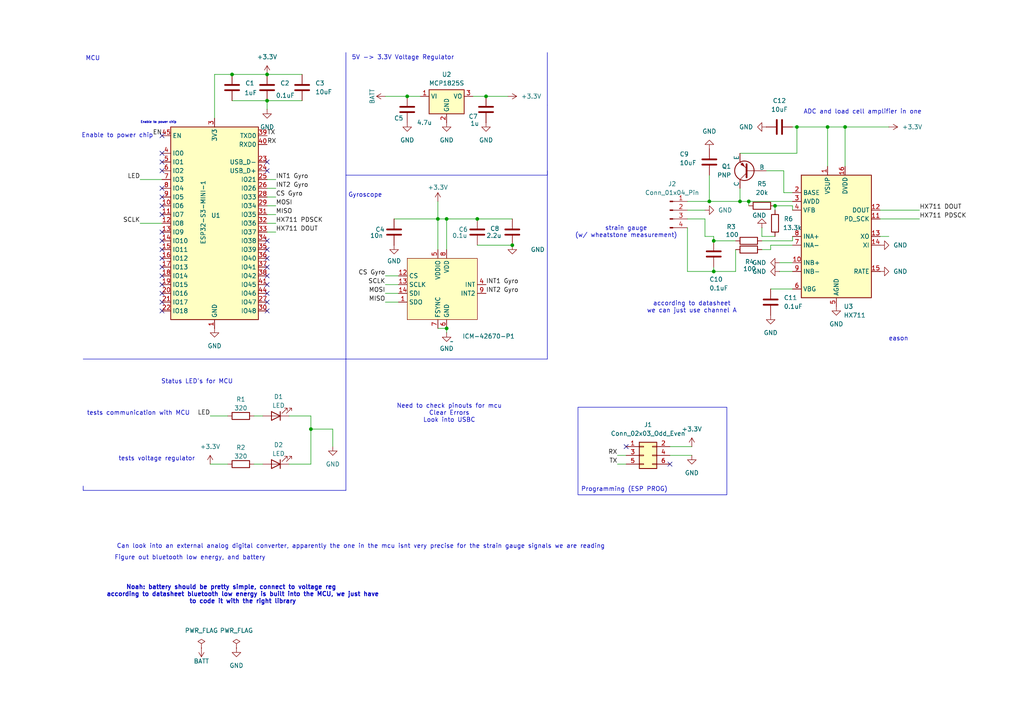
<source format=kicad_sch>
(kicad_sch (version 20250114) (generator "eeschema") (generator_version "9.0")
  (paper "A4")
  (lib_symbols
    (symbol "0_pwrmtr:ICM-42670-P"
      (property "Reference" "ICM-42670-P" (at -21.59 12.7 0))
      (symbol "ICM-42670-P_1_1"
        (rectangle (start -10.16 8.89) (end 10.16 -8.89) (fill (type background)))
        (pin input line (at -12.7 3.81 0) (length 2.54) (name "CS") (number "12"))
        (pin input line (at -12.7 1.27 0) (length 2.54) (name "SCLK") (number "13"))
        (pin input line (at -12.7 -1.27 0) (length 2.54) (name "SDI") (number "14"))
        (pin input line (at -12.7 -3.81 0) (length 2.54) (name "SDO") (number "1"))
        (pin no_connect line (at -7.62 11.43 270) (length 2.54) (hide yes) (name "NC") (number "2"))
        (pin no_connect line (at -5.08 11.43 270) (length 2.54) (hide yes) (name "NC") (number "3"))
        (pin input line (at -1.27 11.43 270) (length 2.54) (name "VDDIO") (number "5"))
        (pin input line (at -1.27 -11.43 90) (length 2.54) (name "FSYNC") (number "7"))
        (pin input line (at 1.27 11.43 270) (length 2.54) (name "VDD") (number "8"))
        (pin input line (at 1.27 -11.43 90) (length 2.54) (name "GND") (number "6"))
        (pin no_connect line (at 5.08 11.43 270) (length 2.54) (hide yes) (name "NC") (number "10"))
        (pin no_connect line (at 7.62 11.43 270) (length 2.54) (hide yes) (name "NC") (number "11"))
        (pin input line (at 12.7 1.27 180) (length 2.54) (name "INT") (number "4"))
        (pin input line (at 12.7 -1.27 180) (length 2.54) (name "INT2") (number "9"))
      )
    )
    (symbol "Analog_ADC:HX711"
      (property "Reference" "U" (at 5.08 21.59 0))
      (property "Value" "HX711" (at 7.62 19.05 0))
      (symbol "HX711_0_1"
        (rectangle (start -10.16 17.78) (end 10.16 -17.78) (stroke (width 0.254)) (fill (type background)))
      )
      (symbol "HX711_1_1"
        (pin passive line (at -12.7 12.7 0) (length 2.54) (name "BASE") (number "2"))
        (pin power_in line (at -12.7 10.16 0) (length 2.54) (name "AVDD") (number "3"))
        (pin input line (at -12.7 7.62 0) (length 2.54) (name "VFB") (number "4"))
        (pin input line (at -12.7 0 0) (length 2.54) (name "INA+") (number "8"))
        (pin input line (at -12.7 -2.54 0) (length 2.54) (name "INA-") (number "7"))
        (pin input line (at -12.7 -7.62 0) (length 2.54) (name "INB+") (number "10"))
        (pin input line (at -12.7 -10.16 0) (length 2.54) (name "INB-") (number "9"))
        (pin passive line (at -12.7 -15.24 0) (length 2.54) (name "VBG") (number "6"))
        (pin power_in line (at -2.54 20.32 270) (length 2.54) (name "VSUP") (number "1"))
        (pin power_in line (at 0 -20.32 90) (length 2.54) (name "AGND") (number "5"))
        (pin power_in line (at 2.54 20.32 270) (length 2.54) (name "DVDD") (number "16"))
        (pin output line (at 12.7 7.62 180) (length 2.54) (name "DOUT") (number "12"))
        (pin input line (at 12.7 5.08 180) (length 2.54) (name "PD_SCK") (number "11"))
        (pin passive line (at 12.7 0 180) (length 2.54) (name "XO") (number "13"))
        (pin passive line (at 12.7 -2.54 180) (length 2.54) (name "XI") (number "14"))
        (pin input line (at 12.7 -10.16 180) (length 2.54) (name "RATE") (number "15"))
      )
    )
    (symbol "Connector:Conn_01x04_Pin" (pin_names (offset 1.016) (hide yes))
      (property "Reference" "J" (at 0 5.08 0))
      (property "Value" "Conn_01x04_Pin" (at 0 -7.62 0))
      (symbol "Conn_01x04_Pin_1_1"
        (rectangle (start 0.8636 2.667) (end 0 2.413) (stroke (width 0.1524)) (fill (type outline)))
        (rectangle (start 0.8636 0.127) (end 0 -0.127) (stroke (width 0.1524)) (fill (type outline)))
        (rectangle (start 0.8636 -2.413) (end 0 -2.667) (stroke (width 0.1524)) (fill (type outline)))
        (rectangle (start 0.8636 -4.953) (end 0 -5.207) (stroke (width 0.1524)) (fill (type outline)))
        (polyline (pts (xy 1.27 2.54) (xy 0.8636 2.54)) (stroke (width 0.1524)))
        (polyline (pts (xy 1.27 0) (xy 0.8636 0)) (stroke (width 0.1524)))
        (polyline (pts (xy 1.27 -2.54) (xy 0.8636 -2.54)) (stroke (width 0.1524)))
        (polyline (pts (xy 1.27 -5.08) (xy 0.8636 -5.08)) (stroke (width 0.1524)))
        (pin passive line (at 5.08 2.54 180) (length 3.81) (name "Pin_1") (number "1"))
        (pin passive line (at 5.08 0 180) (length 3.81) (name "Pin_2") (number "2"))
        (pin passive line (at 5.08 -2.54 180) (length 3.81) (name "Pin_3") (number "3"))
        (pin passive line (at 5.08 -5.08 180) (length 3.81) (name "Pin_4") (number "4"))
      )
    )
    (symbol "Connector_Generic:Conn_02x03_Odd_Even" (pin_names (offset 1.016) (hide yes))
      (property "Reference" "J" (at 1.27 5.08 0))
      (property "Value" "Conn_02x03_Odd_Even" (at 1.27 -5.08 0))
      (symbol "Conn_02x03_Odd_Even_1_1"
        (rectangle (start -1.27 3.81) (end 3.81 -3.81) (stroke (width 0.254)) (fill (type background)))
        (rectangle (start -1.27 2.667) (end 0 2.413) (stroke (width 0.1524)))
        (rectangle (start -1.27 0.127) (end 0 -0.127) (stroke (width 0.1524)))
        (rectangle (start -1.27 -2.413) (end 0 -2.667) (stroke (width 0.1524)))
        (rectangle (start 3.81 2.667) (end 2.54 2.413) (stroke (width 0.1524)))
        (rectangle (start 3.81 0.127) (end 2.54 -0.127) (stroke (width 0.1524)))
        (rectangle (start 3.81 -2.413) (end 2.54 -2.667) (stroke (width 0.1524)))
        (pin passive line (at -5.08 2.54 0) (length 3.81) (name "Pin_1") (number "1"))
        (pin passive line (at -5.08 0 0) (length 3.81) (name "Pin_3") (number "3"))
        (pin passive line (at -5.08 -2.54 0) (length 3.81) (name "Pin_5") (number "5"))
        (pin passive line (at 7.62 2.54 180) (length 3.81) (name "Pin_2") (number "2"))
        (pin passive line (at 7.62 0 180) (length 3.81) (name "Pin_4") (number "4"))
        (pin passive line (at 7.62 -2.54 180) (length 3.81) (name "Pin_6") (number "6"))
      )
    )
    (symbol "Device:C" (pin_numbers (hide yes)) (pin_names (offset 0.254))
      (property "Reference" "C" (at 0.635 2.54 0))
      (property "Value" "C" (at 0.635 -2.54 0))
      (symbol "C_0_1"
        (polyline (pts (xy -2.032 0.762) (xy 2.032 0.762)) (stroke (width 0.508)))
        (polyline (pts (xy -2.032 -0.762) (xy 2.032 -0.762)) (stroke (width 0.508)))
      )
      (symbol "C_1_1"
        (pin passive line (at 0 3.81 270) (length 2.794) (name "~") (number "1"))
        (pin passive line (at 0 -3.81 90) (length 2.794) (name "~") (number "2"))
      )
    )
    (symbol "Device:LED" (pin_numbers (hide yes)) (pin_names (offset 1.016) (hide yes))
      (property "Reference" "D" (at 0 2.54 0))
      (property "Value" "LED" (at 0 -2.54 0))
      (symbol "LED_0_1"
        (polyline (pts (xy -3.048 -0.762) (xy -4.572 -2.286) (xy -3.81 -2.286) (xy -4.572 -2.286) (xy -4.572 -1.524)))
        (polyline (pts (xy -1.778 -0.762) (xy -3.302 -2.286) (xy -2.54 -2.286) (xy -3.302 -2.286) (xy -3.302 -1.524)))
        (polyline (pts (xy -1.27 0) (xy 1.27 0)))
        (polyline (pts (xy -1.27 -1.27) (xy -1.27 1.27)) (stroke (width 0.254)))
        (polyline (pts (xy 1.27 -1.27) (xy 1.27 1.27) (xy -1.27 0) (xy 1.27 -1.27)) (stroke (width 0.254)))
      )
      (symbol "LED_1_1"
        (pin passive line (at -3.81 0 0) (length 2.54) (name "K") (number "1"))
        (pin passive line (at 3.81 0 180) (length 2.54) (name "A") (number "2"))
      )
    )
    (symbol "Device:R" (pin_numbers (hide yes)) (pin_names (offset 0))
      (property "Reference" "R" (at 2.032 0 90))
      (property "Value" "R" (at 0 0 90))
      (symbol "R_0_1"
        (rectangle (start -1.016 -2.54) (end 1.016 2.54) (stroke (width 0.254)))
      )
      (symbol "R_1_1"
        (pin passive line (at 0 3.81 270) (length 1.27) (name "~") (number "1"))
        (pin passive line (at 0 -3.81 90) (length 1.27) (name "~") (number "2"))
      )
    )
    (symbol "RF_Module:ESP32-S3-MINI-1"
      (property "Reference" "U" (at -11.43 29.21 0))
      (property "Value" "ESP32-S3-MINI-1" (at 12.7 29.21 0))
      (symbol "ESP32-S3-MINI-1_0_1"
        (rectangle (start -12.7 27.94) (end 12.7 -27.94) (stroke (width 0.254)) (fill (type background)))
      )
      (symbol "ESP32-S3-MINI-1_1_1"
        (pin input line (at -15.24 25.4 0) (length 2.54) (name "EN") (number "45"))
        (pin bidirectional line (at -15.24 20.32 0) (length 2.54) (name "IO0") (number "4"))
        (pin bidirectional line (at -15.24 17.78 0) (length 2.54) (name "IO1") (number "5"))
        (pin bidirectional line (at -15.24 15.24 0) (length 2.54) (name "IO2") (number "6"))
        (pin bidirectional line (at -15.24 12.7 0) (length 2.54) (name "IO3") (number "7"))
        (pin bidirectional line (at -15.24 10.16 0) (length 2.54) (name "IO4") (number "8"))
        (pin bidirectional line (at -15.24 7.62 0) (length 2.54) (name "IO5") (number "9"))
        (pin bidirectional line (at -15.24 5.08 0) (length 2.54) (name "IO6") (number "10"))
        (pin bidirectional line (at -15.24 2.54 0) (length 2.54) (name "IO7") (number "11"))
        (pin bidirectional line (at -15.24 0 0) (length 2.54) (name "IO8") (number "12"))
        (pin bidirectional line (at -15.24 -2.54 0) (length 2.54) (name "IO9") (number "13"))
        (pin bidirectional line (at -15.24 -5.08 0) (length 2.54) (name "IO10") (number "14"))
        (pin bidirectional line (at -15.24 -7.62 0) (length 2.54) (name "IO11") (number "15"))
        (pin bidirectional line (at -15.24 -10.16 0) (length 2.54) (name "IO12") (number "16"))
        (pin bidirectional line (at -15.24 -12.7 0) (length 2.54) (name "IO13") (number "17"))
        (pin bidirectional line (at -15.24 -15.24 0) (length 2.54) (name "IO14") (number "18"))
        (pin bidirectional line (at -15.24 -17.78 0) (length 2.54) (name "IO15") (number "19"))
        (pin bidirectional line (at -15.24 -20.32 0) (length 2.54) (name "IO16") (number "20"))
        (pin bidirectional line (at -15.24 -22.86 0) (length 2.54) (name "IO17") (number "21"))
        (pin bidirectional line (at -15.24 -25.4 0) (length 2.54) (name "IO18") (number "22"))
        (pin power_in line (at 0 30.48 270) (length 2.54) (name "3V3") (number "3"))
        (pin power_in line (at 0 -30.48 90) (length 2.54) (name "GND") (number "1"))
        (pin passive line (at 0 -30.48 90) (length 2.54) (hide yes) (name "GND") (number "2"))
        (pin passive line (at 0 -30.48 90) (length 2.54) (hide yes) (name "GND") (number "42"))
        (pin passive line (at 0 -30.48 90) (length 2.54) (hide yes) (name "GND") (number "43"))
        (pin passive line (at 0 -30.48 90) (length 2.54) (hide yes) (name "GND") (number "46"))
        (pin passive line (at 0 -30.48 90) (length 2.54) (hide yes) (name "GND") (number "47"))
        (pin passive line (at 0 -30.48 90) (length 2.54) (hide yes) (name "GND") (number "48"))
        (pin passive line (at 0 -30.48 90) (length 2.54) (hide yes) (name "GND") (number "49"))
        (pin passive line (at 0 -30.48 90) (length 2.54) (hide yes) (name "GND") (number "50"))
        (pin passive line (at 0 -30.48 90) (length 2.54) (hide yes) (name "GND") (number "51"))
        (pin passive line (at 0 -30.48 90) (length 2.54) (hide yes) (name "GND") (number "52"))
        (pin passive line (at 0 -30.48 90) (length 2.54) (hide yes) (name "GND") (number "53"))
        (pin passive line (at 0 -30.48 90) (length 2.54) (hide yes) (name "GND") (number "54"))
        (pin passive line (at 0 -30.48 90) (length 2.54) (hide yes) (name "GND") (number "55"))
        (pin passive line (at 0 -30.48 90) (length 2.54) (hide yes) (name "GND") (number "56"))
        (pin passive line (at 0 -30.48 90) (length 2.54) (hide yes) (name "GND") (number "57"))
        (pin passive line (at 0 -30.48 90) (length 2.54) (hide yes) (name "GND") (number "58"))
        (pin passive line (at 0 -30.48 90) (length 2.54) (hide yes) (name "GND") (number "59"))
        (pin passive line (at 0 -30.48 90) (length 2.54) (hide yes) (name "GND") (number "60"))
        (pin passive line (at 0 -30.48 90) (length 2.54) (hide yes) (name "GND") (number "61"))
        (pin passive line (at 0 -30.48 90) (length 2.54) (hide yes) (name "GND") (number "62"))
        (pin passive line (at 0 -30.48 90) (length 2.54) (hide yes) (name "GND") (number "63"))
        (pin passive line (at 0 -30.48 90) (length 2.54) (hide yes) (name "GND") (number "64"))
        (pin passive line (at 0 -30.48 90) (length 2.54) (hide yes) (name "GND") (number "65"))
        (pin bidirectional line (at 15.24 25.4 180) (length 2.54) (name "TXD0") (number "39"))
        (pin bidirectional line (at 15.24 22.86 180) (length 2.54) (name "RXD0") (number "40"))
        (pin bidirectional line (at 15.24 17.78 180) (length 2.54) (name "USB_D-") (number "23"))
        (pin bidirectional line (at 15.24 15.24 180) (length 2.54) (name "USB_D+") (number "24"))
        (pin bidirectional line (at 15.24 12.7 180) (length 2.54) (name "IO21") (number "25"))
        (pin bidirectional line (at 15.24 10.16 180) (length 2.54) (name "IO26") (number "26"))
        (pin bidirectional line (at 15.24 7.62 180) (length 2.54) (name "IO33") (number "28"))
        (pin bidirectional line (at 15.24 5.08 180) (length 2.54) (name "IO34") (number "29"))
        (pin bidirectional line (at 15.24 2.54 180) (length 2.54) (name "IO35") (number "31"))
        (pin bidirectional line (at 15.24 0 180) (length 2.54) (name "IO36") (number "32"))
        (pin bidirectional line (at 15.24 -2.54 180) (length 2.54) (name "IO37") (number "33"))
        (pin bidirectional line (at 15.24 -5.08 180) (length 2.54) (name "IO38") (number "34"))
        (pin bidirectional line (at 15.24 -7.62 180) (length 2.54) (name "IO39") (number "35"))
        (pin bidirectional line (at 15.24 -10.16 180) (length 2.54) (name "IO40") (number "36"))
        (pin bidirectional line (at 15.24 -12.7 180) (length 2.54) (name "IO41") (number "37"))
        (pin bidirectional line (at 15.24 -15.24 180) (length 2.54) (name "IO42") (number "38"))
        (pin bidirectional line (at 15.24 -17.78 180) (length 2.54) (name "IO45") (number "41"))
        (pin bidirectional line (at 15.24 -20.32 180) (length 2.54) (name "IO46") (number "44"))
        (pin bidirectional line (at 15.24 -22.86 180) (length 2.54) (name "IO47") (number "27"))
        (pin bidirectional line (at 15.24 -25.4 180) (length 2.54) (name "IO48") (number "30"))
      )
    )
    (symbol "Regulator_Linear:MCP1825S"
      (property "Reference" "U" (at -3.81 3.175 0))
      (property "Value" "MCP1825S" (at 0 3.175 0))
      (symbol "MCP1825S_0_1"
        (rectangle (start -5.08 1.905) (end 5.08 -5.08) (stroke (width 0.254)) (fill (type background)))
      )
      (symbol "MCP1825S_1_1"
        (pin power_in line (at -7.62 0 0) (length 2.54) (name "VI") (number "1"))
        (pin power_in line (at 0 -7.62 90) (length 2.54) (name "GND") (number "2"))
        (pin power_out line (at 7.62 0 180) (length 2.54) (name "VO") (number "3"))
      )
    )
    (symbol "Simulation_SPICE:PNP" (pin_numbers (hide yes)) (pin_names (offset 0))
      (property "Reference" "Q" (at -2.54 7.62 0))
      (property "Value" "PNP" (at -2.54 5.08 0))
      (symbol "PNP_0_1"
        (polyline (pts (xy -2.54 0) (xy 0.635 0)) (stroke (width 0.1524)))
        (polyline (pts (xy 0.635 1.905) (xy 0.635 -1.905) (xy 0.635 -1.905)) (stroke (width 0.508)))
        (polyline (pts (xy 0.635 0.635) (xy 2.54 2.54)))
        (polyline (pts (xy 0.635 -0.635) (xy 2.54 -2.54) (xy 2.54 -2.54)))
        (circle (center 1.27 0) (radius 2.8194) (stroke (width 0.254)))
        (polyline (pts (xy 2.286 -1.778) (xy 1.778 -2.286) (xy 1.27 -1.27) (xy 2.286 -1.778) (xy 2.286 -1.778)) (fill (type outline)))
      )
      (symbol "PNP_1_1"
        (pin input line (at -5.08 0 0) (length 2.54) (name "B") (number "2"))
        (pin open_collector line (at 2.54 5.08 270) (length 2.54) (name "C") (number "1"))
        (pin open_emitter line (at 2.54 -5.08 90) (length 2.54) (name "E") (number "3"))
      )
    )
    (symbol "power:+3.3V" (power) (pin_numbers (hide yes)) (pin_names (offset 0) (hide yes))
      (property "Value" "+3.3V" (at 0 3.556 0))
      (symbol "+3.3V_0_1"
        (polyline (pts (xy -0.762 1.27) (xy 0 2.54)))
        (polyline (pts (xy 0 2.54) (xy 0.762 1.27)))
        (polyline (pts (xy 0 0) (xy 0 2.54)))
      )
      (symbol "+3.3V_1_1"
        (pin power_in line (at 0 0 90) (length 0) (name "~") (number "1"))
      )
    )
    (symbol "power:+3V3" (power) (pin_numbers (hide yes)) (pin_names (offset 0) (hide yes))
      (property "Value" "+3V3" (at 0 3.556 0))
      (symbol "+3V3_0_1"
        (polyline (pts (xy -0.762 1.27) (xy 0 2.54)))
        (polyline (pts (xy 0 2.54) (xy 0.762 1.27)))
        (polyline (pts (xy 0 0) (xy 0 2.54)))
      )
      (symbol "+3V3_1_1"
        (pin power_in line (at 0 0 90) (length 0) (name "~") (number "1"))
      )
    )
    (symbol "power:+5V" (power) (pin_numbers (hide yes)) (pin_names (offset 0) (hide yes))
      (property "Value" "+5V" (at 0 3.556 0))
      (symbol "+5V_0_1"
        (polyline (pts (xy -0.762 1.27) (xy 0 2.54)))
        (polyline (pts (xy 0 2.54) (xy 0.762 1.27)))
        (polyline (pts (xy 0 0) (xy 0 2.54)))
      )
      (symbol "+5V_1_1"
        (pin power_in line (at 0 0 90) (length 0) (name "~") (number "1"))
      )
    )
    (symbol "power:GND" (power) (pin_numbers (hide yes)) (pin_names (offset 0) (hide yes))
      (property "Value" "GND" (at 0 -3.81 0))
      (symbol "GND_0_1"
        (polyline (pts (xy 0 0) (xy 0 -1.27) (xy 1.27 -1.27) (xy 0 -2.54) (xy -1.27 -1.27) (xy 0 -1.27)))
      )
      (symbol "GND_1_1"
        (pin power_in line (at 0 0 270) (length 0) (name "~") (number "1"))
      )
    )
    (symbol "power:PWR_FLAG" (power) (pin_numbers (hide yes)) (pin_names (offset 0) (hide yes))
      (property "Value" "PWR_FLAG" (at 0 3.81 0))
      (symbol "PWR_FLAG_0_0"
        (pin power_out line (at 0 0 90) (length 0) (name "~") (number "1"))
      )
      (symbol "PWR_FLAG_0_1"
        (polyline (pts (xy 0 0) (xy 0 1.27) (xy -1.016 1.905) (xy 0 2.54) (xy 1.016 1.905) (xy 0 1.27)))
      )
    )
  )
  (rectangle (start 167.64 118.11) (end 210.82 143.51))
  (text "Enable to power chip\n" (at 45.974 35.56 0) (effects (font (size 0.635 0.635))))
  (text "strain gauge\n(w/ wheatstone measurement)\n" (at 181.61 67.31 0) (effects (font (size 1.27 1.27))))
  (text "ADC and load cell amplifier in one\n\n" (at 250.19 33.528 0) (effects (font (size 1.27 1.27))))
  (text "Can look into an external analog digital converter, apparently the one in the mcu isnt very precise for the strain gauge signals we are reading" (at 104.648 158.496 0) (effects (font (size 1.27 1.27))))
  (text "Need to check pinouts for mcu\nClear Errors\nLook into USBC" (at 130.302 119.888 0) (effects (font (size 1.27 1.27))))
  (text "according to datasheet\nwe can just use channel A\n" (at 200.66 89.154 0) (effects (font (size 1.27 1.27))))
  (text "Status LED's for MCU\n" (at 57.15 110.744 0) (effects (font (size 1.27 1.27))))
  (text "Noah: battery should be pretty simple, connect to voltage reg\n	  according to datasheet bluetooth low energy is built into the MCU, we just have\n	  to code it with the right library\n" (at 67.056 172.466 0) (effects (font (size 1.27 1.27) (thickness 0.254) (bold yes))))
  (text "Programming (ESP PROG)" (at 181.102 141.986 0) (effects (font (size 1.27 1.27))))
  (text "MCU" (at 26.924 17.018 0) (effects (font (size 1.27 1.27))))
  (text "tests communication with MCU\n" (at 40.132 119.888 0) (effects (font (size 1.27 1.27))))
  (text "eason" (at 260.604 98.298 0) (effects (font (size 1.27 1.27))))
  (text "Gyroscope" (at 105.918 56.642 0) (effects (font (size 1.27 1.27))))
  (text "5V -> 3.3V Voltage Regulator " (at 117.348 16.764 0) (effects (font (size 1.27 1.27))))
  (text "tests voltage regulator\n" (at 45.466 133.096 0) (effects (font (size 1.27 1.27))))
  (text "Enable to power chip" (at 34.036 39.37 0) (effects (font (size 1.27 1.27))))
  (text "Figure out bluetooth low energy, and battery" (at 55.118 161.798 0) (effects (font (size 1.27 1.27))))
  (junction (at 129.54 63.5))
  (junction (at 245.11 36.83))
  (junction (at 214.63 58.42))
  (junction (at 205.74 58.42))
  (junction (at 140.97 27.94))
  (junction (at 231.14 36.83))
  (junction (at 77.47 29.21))
  (junction (at 224.79 59.69))
  (junction (at 77.47 21.59))
  (junction (at 90.17 124.46))
  (junction (at 67.31 21.59))
  (junction (at 240.03 36.83))
  (junction (at 127 63.5))
  (junction (at 138.43 63.5))
  (junction (at 207.01 78.74))
  (junction (at 217.17 58.42))
  (junction (at 207.01 69.85))
  (junction (at 118.11 27.94))
  (junction (at 148.59 71.12))
  (junction (at 129.54 95.25))
  (no_connect (at 46.99 49.53))
  (no_connect (at 46.99 54.61))
  (no_connect (at 46.99 69.85))
  (no_connect (at 77.47 82.55))
  (no_connect (at 46.99 67.31))
  (no_connect (at 77.47 49.53))
  (no_connect (at 77.47 85.09))
  (no_connect (at 46.99 72.39))
  (no_connect (at 46.99 80.01))
  (no_connect (at 46.99 87.63))
  (no_connect (at 46.99 59.69))
  (no_connect (at 46.99 62.23))
  (no_connect (at 46.99 74.93))
  (no_connect (at 46.99 57.15))
  (no_connect (at 77.47 69.85))
  (no_connect (at 46.99 90.17))
  (no_connect (at 181.61 129.54))
  (no_connect (at 77.47 90.17))
  (no_connect (at 77.47 77.47))
  (no_connect (at 77.47 87.63))
  (no_connect (at 77.47 46.99))
  (no_connect (at 77.47 74.93))
  (no_connect (at 46.99 82.55))
  (no_connect (at 194.31 134.62))
  (no_connect (at 77.47 72.39))
  (no_connect (at 77.47 80.01))
  (no_connect (at 46.99 85.09))
  (no_connect (at 46.99 46.99))
  (no_connect (at 46.99 44.45))
  (no_connect (at 46.99 77.47))
  (no_connect (at 46.99 39.37))
  (wire (pts (xy 77.47 52.07) (xy 80.01 52.07)))
  (wire (pts (xy 255.27 68.58) (xy 257.81 68.58)))
  (wire (pts (xy 220.98 66.04) (xy 220.98 68.58)))
  (wire (pts (xy 60.96 134.62) (xy 66.04 134.62)))
  (wire (pts (xy 229.87 36.83) (xy 231.14 36.83)))
  (wire (pts (xy 77.47 59.69) (xy 80.01 59.69)))
  (wire (pts (xy 62.23 34.29) (xy 62.23 21.59)))
  (polyline (pts (xy 158.75 104.14) (xy 158.75 49.53)))
  (wire (pts (xy 227.33 55.88) (xy 229.87 55.88)))
  (wire (pts (xy 200.66 132.08) (xy 194.31 132.08)))
  (wire (pts (xy 224.79 59.69) (xy 224.79 60.96)))
  (wire (pts (xy 220.98 69.85) (xy 229.87 69.85)))
  (wire (pts (xy 231.14 36.83) (xy 231.14 44.45)))
  (polyline (pts (xy 158.75 15.24) (xy 158.75 50.8)))
  (wire (pts (xy 127 95.25) (xy 129.54 95.25)))
  (wire (pts (xy 179.07 134.62) (xy 181.61 134.62)))
  (polyline (pts (xy 100.33 142.24) (xy 24.13 142.24)))
  (wire (pts (xy 138.43 71.12) (xy 148.59 71.12)))
  (wire (pts (xy 77.47 57.15) (xy 80.01 57.15)))
  (wire (pts (xy 111.76 87.63) (xy 115.57 87.63)))
  (wire (pts (xy 220.98 72.39) (xy 223.52 72.39)))
  (wire (pts (xy 229.87 69.85) (xy 229.87 68.58)))
  (wire (pts (xy 40.64 64.77) (xy 46.99 64.77)))
  (wire (pts (xy 77.47 29.21) (xy 77.47 31.75)))
  (wire (pts (xy 111.76 85.09) (xy 115.57 85.09)))
  (wire (pts (xy 217.17 58.42) (xy 217.17 59.69)))
  (wire (pts (xy 240.03 36.83) (xy 245.11 36.83)))
  (wire (pts (xy 222.25 49.53) (xy 227.33 49.53)))
  (polyline (pts (xy 100.33 104.14) (xy 100.33 142.24)))
  (wire (pts (xy 77.47 21.59) (xy 87.63 21.59)))
  (wire (pts (xy 129.54 96.52) (xy 129.54 95.25)))
  (wire (pts (xy 224.79 59.69) (xy 229.87 59.69)))
  (wire (pts (xy 207.01 68.58) (xy 207.01 69.85)))
  (wire (pts (xy 83.82 120.65) (xy 90.17 120.65)))
  (wire (pts (xy 213.36 69.85) (xy 207.01 69.85)))
  (wire (pts (xy 127 58.42) (xy 127 63.5)))
  (wire (pts (xy 90.17 124.46) (xy 90.17 134.62)))
  (polyline (pts (xy 24.13 140.97) (xy 24.13 142.24)))
  (wire (pts (xy 223.52 71.12) (xy 229.87 71.12)))
  (wire (pts (xy 147.32 27.94) (xy 140.97 27.94)))
  (wire (pts (xy 199.39 58.42) (xy 205.74 58.42)))
  (wire (pts (xy 207.01 78.74) (xy 213.36 78.74)))
  (wire (pts (xy 204.47 68.58) (xy 204.47 63.5)))
  (wire (pts (xy 67.31 29.21) (xy 77.47 29.21)))
  (wire (pts (xy 138.43 63.5) (xy 148.59 63.5)))
  (wire (pts (xy 223.52 83.82) (xy 229.87 83.82)))
  (wire (pts (xy 77.47 67.31) (xy 80.01 67.31)))
  (wire (pts (xy 204.47 63.5) (xy 199.39 63.5)))
  (wire (pts (xy 255.27 60.96) (xy 266.7 60.96)))
  (wire (pts (xy 224.79 68.58) (xy 220.98 68.58)))
  (wire (pts (xy 229.87 59.69) (xy 229.87 60.96)))
  (wire (pts (xy 96.52 124.46) (xy 96.52 129.54)))
  (wire (pts (xy 90.17 120.65) (xy 90.17 124.46)))
  (wire (pts (xy 179.07 132.08) (xy 181.61 132.08)))
  (wire (pts (xy 199.39 78.74) (xy 207.01 78.74)))
  (polyline (pts (xy 100.33 104.14) (xy 158.75 104.14)))
  (wire (pts (xy 226.06 78.74) (xy 229.87 78.74)))
  (wire (pts (xy 73.66 134.62) (xy 76.2 134.62)))
  (wire (pts (xy 205.74 50.8) (xy 205.74 58.42)))
  (wire (pts (xy 204.47 60.96) (xy 199.39 60.96)))
  (wire (pts (xy 114.3 63.5) (xy 127 63.5)))
  (wire (pts (xy 77.47 64.77) (xy 80.01 64.77)))
  (wire (pts (xy 214.63 54.61) (xy 214.63 58.42)))
  (wire (pts (xy 140.97 27.94) (xy 137.16 27.94)))
  (wire (pts (xy 226.06 76.2) (xy 229.87 76.2)))
  (wire (pts (xy 214.63 58.42) (xy 217.17 58.42)))
  (wire (pts (xy 207.01 68.58) (xy 204.47 68.58)))
  (wire (pts (xy 231.14 36.83) (xy 240.03 36.83)))
  (wire (pts (xy 111.76 82.55) (xy 115.57 82.55)))
  (polyline (pts (xy 24.13 104.14) (xy 100.33 104.14)))
  (wire (pts (xy 205.74 58.42) (xy 214.63 58.42)))
  (wire (pts (xy 118.11 27.94) (xy 121.92 27.94)))
  (wire (pts (xy 200.66 129.54) (xy 194.31 129.54)))
  (wire (pts (xy 223.52 72.39) (xy 223.52 71.12)))
  (polyline (pts (xy 100.33 50.8) (xy 158.75 50.8)))
  (wire (pts (xy 111.76 80.01) (xy 115.57 80.01)))
  (wire (pts (xy 73.66 120.65) (xy 76.2 120.65)))
  (wire (pts (xy 62.23 21.59) (xy 67.31 21.59)))
  (wire (pts (xy 214.63 44.45) (xy 231.14 44.45)))
  (wire (pts (xy 213.36 72.39) (xy 213.36 78.74)))
  (wire (pts (xy 40.64 52.07) (xy 46.99 52.07)))
  (wire (pts (xy 90.17 124.46) (xy 96.52 124.46)))
  (wire (pts (xy 77.47 62.23) (xy 80.01 62.23)))
  (wire (pts (xy 77.47 29.21) (xy 87.63 29.21)))
  (wire (pts (xy 77.47 54.61) (xy 80.01 54.61)))
  (wire (pts (xy 129.54 63.5) (xy 138.43 63.5)))
  (wire (pts (xy 245.11 36.83) (xy 257.81 36.83)))
  (wire (pts (xy 207.01 77.47) (xy 207.01 78.74)))
  (polyline (pts (xy 100.33 15.24) (xy 100.33 104.14)))
  (wire (pts (xy 60.96 120.65) (xy 66.04 120.65)))
  (wire (pts (xy 217.17 58.42) (xy 229.87 58.42)))
  (wire (pts (xy 129.54 72.39) (xy 129.54 63.5)))
  (wire (pts (xy 127 63.5) (xy 129.54 63.5)))
  (wire (pts (xy 199.39 66.04) (xy 199.39 78.74)))
  (wire (pts (xy 111.76 27.94) (xy 118.11 27.94)))
  (wire (pts (xy 127 63.5) (xy 127 72.39)))
  (wire (pts (xy 67.31 21.59) (xy 77.47 21.59)))
  (wire (pts (xy 227.33 49.53) (xy 227.33 55.88)))
  (wire (pts (xy 240.03 36.83) (xy 240.03 48.26)))
  (wire (pts (xy 245.11 36.83) (xy 245.11 48.26)))
  (polyline (pts (xy 158.75 30.48) (xy 158.75 30.48)))
  (wire (pts (xy 255.27 63.5) (xy 266.7 63.5)))
  (wire (pts (xy 83.82 134.62) (xy 90.17 134.62)))
  (label "INT1 Gyro" (at 80.01 52.07 0))
  (label "TX" (at 179.07 134.62 180))
  (label "SCLK" (at 40.64 64.77 180))
  (label "" (at 86.36 55.88 0))
  (label "HX711 DOUT" (at 266.7 60.96 0))
  (label "TX" (at 77.47 39.37 0))
  (label "SCLK" (at 111.76 82.55 180))
  (label "EN" (at 46.99 39.37 180))
  (label "HX711 PDSCK" (at 266.7 63.5 0))
  (label "INT1 Gyro" (at 140.97 82.55 0))
  (label "LED" (at 60.96 120.65 180))
  (label "CS Gyro" (at 111.76 80.01 180))
  (label "RX" (at 77.47 41.91 0))
  (label "LED" (at 40.64 52.07 180))
  (label "" (at 91.44 45.72 0))
  (label "CS Gyro" (at 80.01 57.15 0))
  (label "HX711 DOUT" (at 80.01 67.31 0))
  (label "HX711 PDSCK" (at 80.01 64.77 0))
  (label "MOSI" (at 80.01 59.69 0))
  (label "MOSI" (at 111.76 85.09 180))
  (label "MISO" (at 80.01 62.23 0))
  (label "MISO" (at 111.76 87.63 180))
  (label "RX" (at 179.07 132.08 180))
  (label "INT2 Gyro" (at 140.97 85.09 0))
  (label "INT2 Gyro" (at 80.01 54.61 0))
  (symbol (lib_id "Device:LED") (at 80.01 120.65 180) (unit 1)
    (property "Reference" "D1" (at 80.772 115.062 0))
    (property "Value" "LED" (at 80.772 117.602 0))
    (property "Footprint" "LED_SMD:LED_0603_1608Metric" (effects (hide yes)))
    (property "Description" "Light emitting diode" (effects (hide yes)))
  )
  (symbol (lib_id "RF_Module:ESP32-S3-MINI-1") (at 62.23 64.77 0) (unit 1)
    (property "Reference" "U1" (at 61.214 62.484 0) (effects (justify left)))
    (property "Value" "ESP32-S3-MINI-1" (at 58.928 70.866 90) (effects (justify left)))
    (property "Footprint" "RF_Module:ESP32-S2-MINI-1" (effects (hide yes)))
    (property "Datasheet" "https://www.espressif.com/sites/default/files/documentation/esp32-s3-mini-1_mini-1u_datasheet_en.pdf" (effects (hide yes)))
    (property "Description" "RF Module, ESP32-S3 SoC, Wi-Fi 802.11b/g/n, Bluetooth, BLE, 32-bit, 3.3V, SMD, onboard antenna" (effects (hide yes)))
  )
  (symbol (lib_id "Device:C") (at 77.47 25.4 0) (unit 1)
    (property "Reference" "C2" (at 81.28 24.1299 0) (effects (justify left)))
    (property "Value" "0.1uF" (at 80.01 27.686 0) (effects (justify left)))
    (property "Footprint" "Capacitor_SMD:C_0603_1608Metric" (effects (hide yes)))
    (property "Description" "Unpolarized capacitor" (effects (hide yes)))
  )
  (symbol (lib_id "Device:C") (at 114.3 67.31 180) (unit 1)
    (property "Reference" "C4" (at 110.236 66.548 0))
    (property "Value" "10n" (at 109.22 68.326 0))
    (property "Footprint" "Capacitor_SMD:C_0603_1608Metric" (effects (hide yes)))
    (property "Description" "Unpolarized capacitor" (effects (hide yes)))
  )
  (symbol (lib_id "Device:R") (at 217.17 72.39 270) (unit 1)
    (property "Reference" "R4" (at 217.424 75.946 90))
    (property "Value" "100" (at 212.344 68.072 90))
    (property "Footprint" "Resistor_SMD:R_0603_1608Metric" (effects (hide yes)))
    (property "Description" "Resistor" (effects (hide yes)))
  )
  (symbol (lib_id "power:+5V") (at 58.42 187.96 180) (unit 1)
    (property "Reference" "#PWR0125" (effects (hide yes)))
    (property "Value" "BATT" (at 58.42 191.77 0))
    (property "Description" "Power symbol creates a global label with name \"+5V\"" (effects (hide yes)))
  )
  (symbol (lib_id "power:GND") (at 205.74 43.18 180) (unit 1)
    (property "Reference" "#PWR0104" (effects (hide yes)))
    (property "Value" "GND" (at 205.74 38.1 0))
    (property "Description" "Power symbol creates a global label with name \"GND\" , ground" (effects (hide yes)))
  )
  (symbol (lib_id "0_pwrmtr:ICM-42670-P") (at 128.27 83.82 0) (unit 1)
    (property "Reference" "ICM-42670-P1" (at 134.112 97.536 0) (effects (justify left)))
    (property "Value" "~" (at 130.4641 99.06 0) (effects (justify left)))
    (property "Footprint" "Package_LGA:LGA-14_3x2.5mm_P0.5mm_LayoutBorder3x4y" (effects (hide yes)))
  )
  (symbol (lib_id "power:GND") (at 129.54 35.56 0) (unit 1)
    (property "Reference" "#PWR0105" (effects (hide yes)))
    (property "Value" "GND" (at 129.54 40.64 0))
  )
  (symbol (lib_id "power:GND") (at 255.27 71.12 90) (unit 1)
    (property "Reference" "#PWR0118" (effects (hide yes)))
    (property "Value" "GND" (at 259.08 71.1199 90) (effects (justify right)))
    (property "Description" "Power symbol creates a global label with name \"GND\" , ground" (effects (hide yes)))
  )
  (symbol (lib_id "Regulator_Linear:MCP1825S") (at 129.54 27.94 0) (unit 1)
    (property "Reference" "U2" (at 129.54 21.59 0))
    (property "Value" "MCP1825S" (at 129.54 24.13 0))
    (property "Footprint" "Package_TO_SOT_SMD:SOT-223-3_TabPin2" (effects (hide yes)))
    (property "Datasheet" "http://ww1.microchip.com/downloads/en/devicedoc/22056b.pdf" (effects (hide yes)))
    (property "Description" "500mA, Low-Voltage, Low Quiescent Current LDO Regulator, SOT-223, TO-220, TO-263" (effects (hide yes)))
  )
  (symbol (lib_id "power:+3.3V") (at 147.32 27.94 270) (unit 1)
    (property "Reference" "#PWR0116" (effects (hide yes)))
    (property "Value" "+3.3V" (at 151.13 27.9399 90) (effects (justify left)))
  )
  (symbol (lib_id "Device:C") (at 118.11 31.75 180) (unit 1)
    (property "Reference" "C5" (at 114.3 34.29 0) (effects (justify right)))
    (property "Value" "4.7u" (at 120.904 35.56 0) (effects (justify right)))
    (property "Footprint" "Capacitor_SMD:C_0603_1608Metric" (effects (hide yes)))
  )
  (symbol (lib_id "power:GND") (at 114.3 71.12 0) (unit 1)
    (property "Reference" "#PWR0110" (effects (hide yes)))
    (property "Value" "GND" (at 114.3 75.692 0))
    (property "Description" "Power symbol creates a global label with name \"GND\" , ground" (effects (hide yes)))
  )
  (symbol (lib_id "Device:R") (at 69.85 134.62 90) (unit 1)
    (property "Reference" "R2" (at 69.85 129.794 90))
    (property "Value" "320" (at 69.85 132.334 90))
    (property "Footprint" "Resistor_SMD:R_0603_1608Metric" (effects (hide yes)))
    (property "Description" "Resistor" (effects (hide yes)))
  )
  (symbol (lib_id "power:GND") (at 226.06 78.74 270) (unit 1)
    (property "Reference" "#PWR05" (effects (hide yes)))
    (property "Value" "GND" (at 222.25 78.7399 90) (effects (justify right)))
    (property "Description" "Power symbol creates a global label with name \"GND\" , ground" (effects (hide yes)))
  )
  (symbol (lib_id "power:+3V3") (at 200.66 129.54 0) (unit 1)
    (property "Reference" "#PWR0102" (effects (hide yes)))
    (property "Value" "+3.3V" (at 200.66 124.46 0))
    (property "Description" "Power symbol creates a global label with name \"+3V3\"" (effects (hide yes)))
  )
  (symbol (lib_id "power:GND") (at 226.06 76.2 270) (unit 1)
    (property "Reference" "#PWR04" (effects (hide yes)))
    (property "Value" "GND" (at 222.25 76.1999 90) (effects (justify right)))
    (property "Description" "Power symbol creates a global label with name \"GND\" , ground" (effects (hide yes)))
  )
  (symbol (lib_id "power:GND") (at 118.11 35.56 0) (unit 1)
    (property "Reference" "#PWR02" (effects (hide yes)))
    (property "Value" "GND" (at 118.11 40.64 0))
    (property "Description" "Power symbol creates a global label with name \"GND\" , ground" (effects (hide yes)))
  )
  (symbol (lib_id "power:GND") (at 62.23 95.25 0) (unit 1)
    (property "Reference" "#PWR01" (effects (hide yes)))
    (property "Value" "GND" (at 62.23 100.33 0))
    (property "Description" "Power symbol creates a global label with name \"GND\" , ground" (effects (hide yes)))
  )
  (symbol (lib_id "power:GND") (at 223.52 91.44 0) (unit 1)
    (property "Reference" "#PWR0101" (effects (hide yes)))
    (property "Value" "GND" (at 223.52 96.52 0))
    (property "Description" "Power symbol creates a global label with name \"GND\" , ground" (effects (hide yes)))
  )
  (symbol (lib_id "power:GND") (at 222.25 36.83 270) (unit 1)
    (property "Reference" "#PWR0107" (effects (hide yes)))
    (property "Value" "GND" (at 218.44 36.8299 90) (effects (justify right)))
    (property "Description" "Power symbol creates a global label with name \"GND\" , ground" (effects (hide yes)))
  )
  (symbol (lib_id "power:+3V3") (at 127 58.42 0) (unit 1)
    (property "Reference" "#PWR0112" (effects (hide yes)))
    (property "Value" "+3.3V" (at 127 54.356 0))
    (property "Description" "Power symbol creates a global label with name \"+3V3\"" (effects (hide yes)))
  )
  (symbol (lib_id "Connector:Conn_01x04_Pin") (at 194.31 60.96 0) (unit 1)
    (property "Reference" "J2" (at 194.945 53.34 0))
    (property "Value" "Conn_01x04_Pin" (at 194.945 55.88 0))
    (property "Footprint" "Connector_JST:JST_EH_S4B-EH_1x04_P2.50mm_Horizontal" (effects (hide yes)))
    (property "Description" "Generic connector, single row, 01x04, script generated" (effects (hide yes)))
  )
  (symbol (lib_id "power:GND") (at 140.97 35.56 0) (unit 1)
    (property "Reference" "#PWR0106" (effects (hide yes)))
    (property "Value" "GND" (at 140.97 40.64 0))
  )
  (symbol (lib_id "power:PWR_FLAG") (at 68.58 187.96 0) (unit 1)
    (property "Reference" "#FLG0102" (effects (hide yes)))
    (property "Value" "PWR_FLAG" (at 68.58 182.88 0))
    (property "Description" "Special symbol for telling ERC where power comes from" (effects (hide yes)))
  )
  (symbol (lib_id "power:GND") (at 200.66 132.08 0) (unit 1)
    (property "Reference" "#PWR0103" (effects (hide yes)))
    (property "Value" "GND" (at 200.66 137.16 0))
    (property "Description" "Power symbol creates a global label with name \"GND\" , ground" (effects (hide yes)))
  )
  (symbol (lib_id "Device:C") (at 223.52 87.63 0) (unit 1)
    (property "Reference" "C11" (at 227.33 86.3599 0) (effects (justify left)))
    (property "Value" "0.1uF" (at 227.33 88.8999 0) (effects (justify left)))
    (property "Footprint" "Capacitor_SMD:C_0603_1608Metric" (effects (hide yes)))
    (property "Description" "Unpolarized capacitor" (effects (hide yes)))
  )
  (symbol (lib_id "Device:C") (at 226.06 36.83 270) (unit 1)
    (property "Reference" "C12" (at 226.06 29.21 90))
    (property "Value" "10uF" (at 226.06 31.75 90))
    (property "Footprint" "Capacitor_SMD:C_0603_1608Metric" (effects (hide yes)))
    (property "Description" "Unpolarized capacitor" (effects (hide yes)))
  )
  (symbol (lib_id "power:GND") (at 255.27 78.74 90) (unit 1)
    (property "Reference" "#PWR0120" (effects (hide yes)))
    (property "Value" "GND" (at 259.08 78.7399 90) (effects (justify right)))
    (property "Description" "Power symbol creates a global label with name \"GND\" , ground" (effects (hide yes)))
  )
  (symbol (lib_id "power:GND") (at 129.54 96.52 0) (unit 1)
    (property "Reference" "#PWR0111" (effects (hide yes)))
    (property "Value" "GND" (at 129.54 101.092 0))
    (property "Description" "Power symbol creates a global label with name \"GND\" , ground" (effects (hide yes)))
  )
  (symbol (lib_id "Device:C") (at 205.74 46.99 0) (unit 1)
    (property "Reference" "C9" (at 197.104 44.704 0) (effects (justify left)))
    (property "Value" "10uF" (at 197.104 47.244 0) (effects (justify left)))
    (property "Footprint" "Capacitor_SMD:C_0603_1608Metric" (effects (hide yes)))
    (property "Description" "Unpolarized capacitor" (effects (hide yes)))
  )
  (symbol (lib_id "power:GND") (at 77.47 31.75 0) (unit 1)
    (property "Reference" "#PWR0124" (effects (hide yes)))
    (property "Value" "GND" (at 77.47 36.83 0))
    (property "Description" "Power symbol creates a global label with name \"GND\" , ground" (effects (hide yes)))
  )
  (symbol (lib_id "power:GND") (at 148.59 71.12 0) (unit 1)
    (property "Reference" "#PWR0113" (effects (hide yes)))
    (property "Value" "GND" (at 155.956 72.39 0))
    (property "Description" "Power symbol creates a global label with name \"GND\" , ground" (effects (hide yes)))
  )
  (symbol (lib_id "power:GND") (at 68.58 187.96 0) (unit 1)
    (property "Reference" "#PWR03" (effects (hide yes)))
    (property "Value" "GND" (at 68.58 193.04 0))
    (property "Description" "Power symbol creates a global label with name \"GND\" , ground" (effects (hide yes)))
  )
  (symbol (lib_id "Device:C") (at 67.31 25.4 0) (unit 1)
    (property "Reference" "C1" (at 71.12 24.1299 0) (effects (justify left)))
    (property "Value" "1uF" (at 70.866 26.924 0) (effects (justify left)))
    (property "Footprint" "Capacitor_SMD:C_0603_1608Metric" (effects (hide yes)))
    (property "Description" "Unpolarized capacitor" (effects (hide yes)))
  )
  (symbol (lib_id "Device:R") (at 224.79 64.77 0) (unit 1)
    (property "Reference" "R6" (at 227.33 63.4999 0) (effects (justify left)))
    (property "Value" "13.3k" (at 227.076 66.04 0) (effects (justify left)))
    (property "Footprint" "Resistor_SMD:R_0603_1608Metric" (effects (hide yes)))
    (property "Description" "Resistor" (effects (hide yes)))
  )
  (symbol (lib_id "Device:R") (at 217.17 69.85 90) (unit 1)
    (property "Reference" "R3" (at 212.09 65.786 90))
    (property "Value" "100" (at 217.424 77.978 90))
    (property "Footprint" "Resistor_SMD:R_0603_1608Metric" (effects (hide yes)))
    (property "Description" "Resistor" (effects (hide yes)))
  )
  (symbol (lib_id "Device:C") (at 207.01 73.66 0) (unit 1)
    (property "Reference" "C10" (at 205.74 81.026 0) (effects (justify left)))
    (property "Value" "0.1uF" (at 205.74 83.566 0) (effects (justify left)))
    (property "Footprint" "Capacitor_SMD:C_0603_1608Metric" (effects (hide yes)))
    (property "Description" "Unpolarized capacitor" (effects (hide yes)))
  )
  (symbol (lib_id "Device:C") (at 138.43 67.31 180) (unit 1)
    (property "Reference" "C6" (at 134.366 66.548 0))
    (property "Value" "0.1u" (at 133.35 68.326 0))
    (property "Footprint" "Capacitor_SMD:C_0603_1608Metric" (effects (hide yes)))
    (property "Description" "Unpolarized capacitor" (effects (hide yes)))
  )
  (symbol (lib_id "power:+3.3V") (at 257.81 36.83 270) (unit 1)
    (property "Reference" "#PWR0108" (effects (hide yes)))
    (property "Value" "+3.3V" (at 261.62 36.8299 90) (effects (justify left)))
    (property "Description" "Power symbol creates a global label with name \"+3.3V\"" (effects (hide yes)))
  )
  (symbol (lib_id "Device:R") (at 220.98 59.69 90) (unit 1)
    (property "Reference" "R5" (at 220.98 53.34 90))
    (property "Value" "20k" (at 220.98 55.88 90))
    (property "Footprint" "Resistor_SMD:R_0603_1608Metric" (effects (hide yes)))
    (property "Description" "Resistor" (effects (hide yes)))
  )
  (symbol (lib_id "Device:C") (at 148.59 67.31 180) (unit 1)
    (property "Reference" "C8" (at 143.51 66.294 0))
    (property "Value" "2.2u" (at 143.256 68.326 0))
    (property "Footprint" "Capacitor_SMD:C_0603_1608Metric" (effects (hide yes)))
    (property "Description" "Unpolarized capacitor" (effects (hide yes)))
  )
  (symbol (lib_id "Device:LED") (at 80.01 134.62 180) (unit 1)
    (property "Reference" "D2" (at 80.772 129.032 0))
    (property "Value" "LED" (at 80.772 131.572 0))
    (property "Footprint" "LED_SMD:LED_0603_1608Metric" (effects (hide yes)))
    (property "Description" "Light emitting diode" (effects (hide yes)))
  )
  (symbol (lib_id "power:PWR_FLAG") (at 58.42 187.96 0) (unit 1)
    (property "Reference" "#FLG0101" (effects (hide yes)))
    (property "Value" "PWR_FLAG" (at 58.42 182.88 0))
    (property "Description" "Special symbol for telling ERC where power comes from" (effects (hide yes)))
  )
  (symbol (lib_id "Simulation_SPICE:PNP") (at 217.17 49.53 180) (unit 1)
    (property "Reference" "Q1" (at 212.09 48.2599 0) (effects (justify left)))
    (property "Value" "PNP" (at 212.09 50.7999 0) (effects (justify left)))
    (property "Footprint" "Package_TO_SOT_SMD:SOT-23" (effects (hide yes)))
    (property "Datasheet" "https://ngspice.sourceforge.io/docs/ngspice-html-manual/manual.xhtml#cha_BJTs" (effects (hide yes)))
    (property "Description" "Bipolar transistor symbol for simulation only, substrate tied to the emitter" (effects (hide yes)))
    (property "Sim.Device" "PNP" (effects (hide yes)))
    (property "Sim.Type" "GUMMELPOON" (effects (hide yes)))
    (property "Sim.Pins" "1=C 2=B 3=E" (effects (hide yes)))
  )
  (symbol (lib_id "power:GND") (at 242.57 88.9 0) (unit 1)
    (property "Reference" "#PWR0119" (effects (hide yes)))
    (property "Value" "GND" (at 242.57 93.98 0))
    (property "Description" "Power symbol creates a global label with name \"GND\" , ground" (effects (hide yes)))
  )
  (symbol (lib_id "Connector_Generic:Conn_02x03_Odd_Even") (at 186.69 132.08 0) (unit 1)
    (property "Reference" "J1" (at 187.96 123.19 0))
    (property "Value" "Conn_02x03_Odd_Even" (at 187.96 125.73 0))
    (property "Footprint" "Connector_IDC:IDC-Header_2x03_P2.54mm_Vertical" (effects (hide yes)))
    (property "Description" "Generic connector, double row, 02x03, odd/even pin numbering scheme (row 1 odd numbers, row 2 even numbers), script generated (kicad-library-utils/schlib/autogen/connector/)" (effects (hide yes)))
  )
  (symbol (lib_id "Device:C") (at 87.63 25.4 0) (unit 1)
    (property "Reference" "C3" (at 91.44 24.1299 0) (effects (justify left)))
    (property "Value" "10uF" (at 91.44 26.6699 0) (effects (justify left)))
    (property "Footprint" "Capacitor_SMD:C_0603_1608Metric" (effects (hide yes)))
    (property "Description" "Unpolarized capacitor" (effects (hide yes)))
  )
  (symbol (lib_id "power:+3.3V") (at 60.96 134.62 0) (unit 1)
    (property "Reference" "#PWR0128" (effects (hide yes)))
    (property "Value" "+3.3V" (at 60.96 129.54 0))
  )
  (symbol (lib_id "power:GND") (at 96.52 129.54 0) (unit 1)
    (property "Reference" "#PWR0127" (effects (hide yes)))
    (property "Value" "GND" (at 96.52 134.62 0))
    (property "Description" "Power symbol creates a global label with name \"GND\" , ground" (effects (hide yes)))
  )
  (symbol (lib_id "Analog_ADC:HX711") (at 242.57 68.58 0) (unit 1)
    (property "Reference" "U3" (at 244.7133 88.9 0) (effects (justify left)))
    (property "Value" "HX711" (at 244.7133 91.44 0) (effects (justify left)))
    (property "Footprint" "HX711:SOP127P600X180-16N" (effects (hide yes)))
    (property "Datasheet" "https://web.archive.org/web/20220615044707/https://akizukidenshi.com/download/ds/avia/hx711.pdf" (effects (hide yes)))
    (property "Description" "24-Bit Analog-to-Digital Converter (ADC) for Weight Scales" (effects (hide yes)))
  )
  (symbol (lib_id "power:+3.3V") (at 77.47 21.59 0) (unit 1)
    (property "Reference" "#PWR0122" (effects (hide yes)))
    (property "Value" "+3.3V" (at 77.47 16.51 0))
    (property "Description" "Power symbol creates a global label with name \"+3.3V\"" (effects (hide yes)))
  )
  (symbol (lib_id "Device:C") (at 140.97 31.75 180) (unit 1)
    (property "Reference" "C7" (at 135.89 33.782 0) (effects (justify right)))
    (property "Value" "1u" (at 136.398 35.814 0) (effects (justify right)))
    (property "Footprint" "Capacitor_SMD:C_0603_1608Metric" (effects (hide yes)))
  )
  (symbol (lib_id "power:GND") (at 220.98 66.04 180) (unit 1)
    (property "Reference" "#PWR0121" (effects (hide yes)))
    (property "Value" "GND" (at 220.218 62.484 0))
    (property "Description" "Power symbol creates a global label with name \"GND\" , ground" (effects (hide yes)))
  )
  (symbol (lib_id "power:GND") (at 204.47 60.96 90) (unit 1)
    (property "Reference" "#PWR0117" (effects (hide yes)))
    (property "Value" "GND" (at 208.28 60.9599 90) (effects (justify right)))
    (property "Description" "Power symbol creates a global label with name \"GND\" , ground" (effects (hide yes)))
  )
  (symbol (lib_id "power:+5V") (at 111.76 27.94 90) (unit 1)
    (property "Reference" "#PWR0115" (effects (hide yes)))
    (property "Value" "BATT" (at 107.95 27.94 0))
    (property "Description" "Power symbol creates a global label with name \"+5V\"" (effects (hide yes)))
  )
  (symbol (lib_id "Device:R") (at 69.85 120.65 90) (unit 1)
    (property "Reference" "R1" (at 69.85 115.824 90))
    (property "Value" "320" (at 69.85 118.364 90))
    (property "Footprint" "Resistor_SMD:R_0603_1608Metric" (effects (hide yes)))
    (property "Description" "Resistor" (effects (hide yes)))
  )
)
</source>
